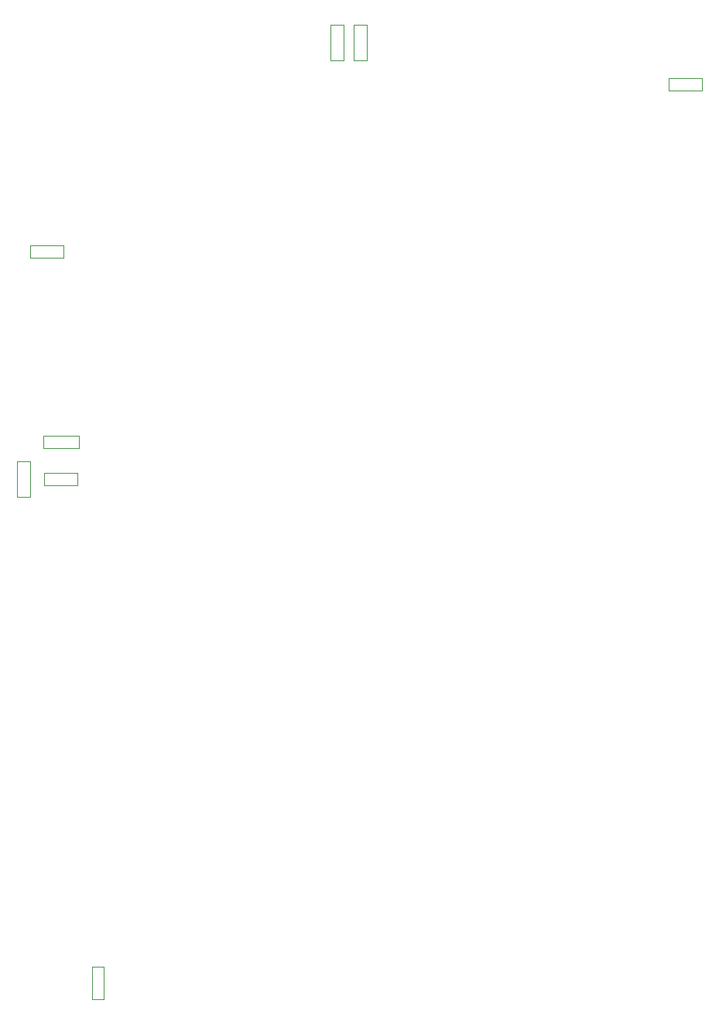
<source format=gbr>
G04 #@! TF.FileFunction,Other,User*
%FSLAX46Y46*%
G04 Gerber Fmt 4.6, Leading zero omitted, Abs format (unit mm)*
G04 Created by KiCad (PCBNEW 4.0.6) date 01/22/18 18:48:35*
%MOMM*%
%LPD*%
G01*
G04 APERTURE LIST*
%ADD10C,0.100000*%
%ADD11C,0.050000*%
G04 APERTURE END LIST*
D10*
D11*
X266678000Y-43576000D02*
X270278000Y-43576000D01*
X266678000Y-43576000D02*
X266678000Y-42276000D01*
X270278000Y-42276000D02*
X270278000Y-43576000D01*
X270278000Y-42276000D02*
X266678000Y-42276000D01*
X201952000Y-85456000D02*
X198352000Y-85456000D01*
X201952000Y-85456000D02*
X201952000Y-86756000D01*
X198352000Y-86756000D02*
X198352000Y-85456000D01*
X198352000Y-86756000D02*
X201952000Y-86756000D01*
X204866000Y-143024000D02*
X204866000Y-139424000D01*
X204866000Y-143024000D02*
X203566000Y-143024000D01*
X203566000Y-139424000D02*
X204866000Y-139424000D01*
X203566000Y-139424000D02*
X203566000Y-143024000D01*
X202112000Y-81342000D02*
X198202000Y-81342000D01*
X202112000Y-81342000D02*
X202112000Y-82742000D01*
X198202000Y-82742000D02*
X198202000Y-81342000D01*
X198202000Y-82742000D02*
X202112000Y-82742000D01*
X196788000Y-88066000D02*
X196788000Y-84156000D01*
X196788000Y-88066000D02*
X195388000Y-88066000D01*
X195388000Y-84156000D02*
X196788000Y-84156000D01*
X195388000Y-84156000D02*
X195388000Y-88066000D01*
X196828000Y-61864000D02*
X200428000Y-61864000D01*
X196828000Y-61864000D02*
X196828000Y-60564000D01*
X200428000Y-60564000D02*
X200428000Y-61864000D01*
X200428000Y-60564000D02*
X196828000Y-60564000D01*
X229678000Y-36394000D02*
X229678000Y-40304000D01*
X229678000Y-36394000D02*
X231078000Y-36394000D01*
X231078000Y-40304000D02*
X229678000Y-40304000D01*
X231078000Y-40304000D02*
X231078000Y-36394000D01*
X232218000Y-36394000D02*
X232218000Y-40304000D01*
X232218000Y-36394000D02*
X233618000Y-36394000D01*
X233618000Y-40304000D02*
X232218000Y-40304000D01*
X233618000Y-40304000D02*
X233618000Y-36394000D01*
M02*

</source>
